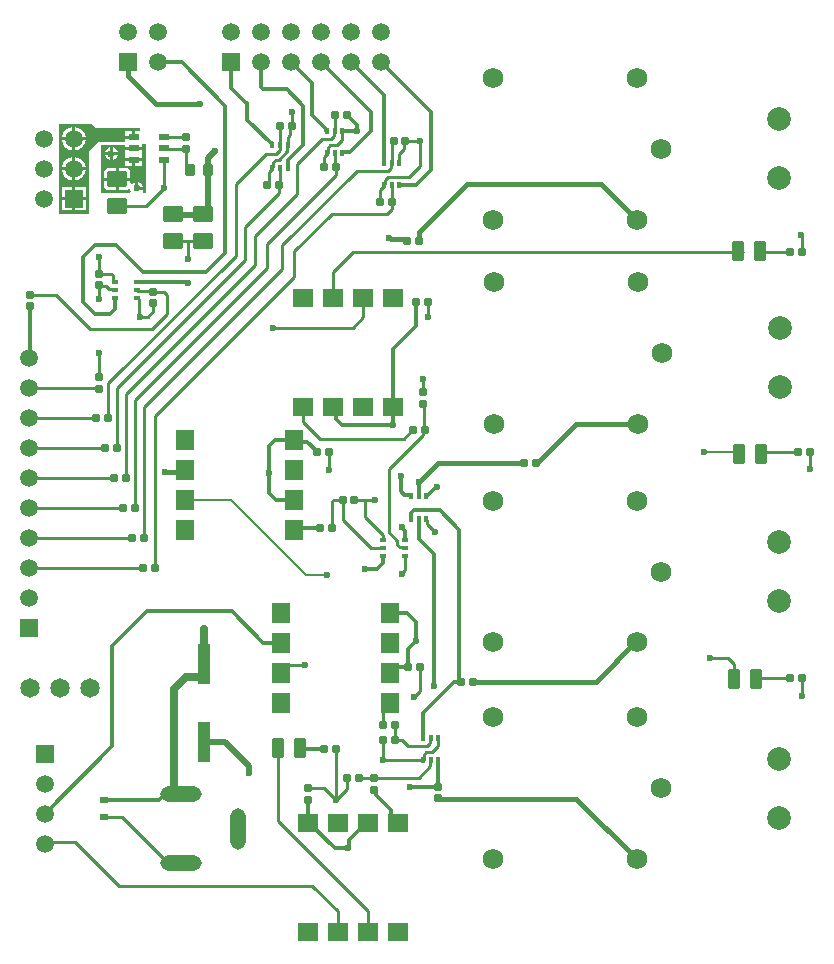
<source format=gbr>
%TF.GenerationSoftware,Altium Limited,Altium Designer,23.9.2 (47)*%
G04 Layer_Physical_Order=1*
G04 Layer_Color=255*
%FSLAX45Y45*%
%MOMM*%
%TF.SameCoordinates,15915765-FD2E-4A0E-A91D-014651F65676*%
%TF.FilePolarity,Positive*%
%TF.FileFunction,Copper,L1,Top,Signal*%
%TF.Part,Single*%
G01*
G75*
%TA.AperFunction,SMDPad,CuDef*%
G04:AMPARAMS|DCode=10|XSize=1mm|YSize=1.7mm|CornerRadius=0.125mm|HoleSize=0mm|Usage=FLASHONLY|Rotation=180.000|XOffset=0mm|YOffset=0mm|HoleType=Round|Shape=RoundedRectangle|*
%AMROUNDEDRECTD10*
21,1,1.00000,1.45000,0,0,180.0*
21,1,0.75000,1.70000,0,0,180.0*
1,1,0.25000,-0.37500,0.72500*
1,1,0.25000,0.37500,0.72500*
1,1,0.25000,0.37500,-0.72500*
1,1,0.25000,-0.37500,-0.72500*
%
%ADD10ROUNDEDRECTD10*%
%ADD11R,0.90170X0.50800*%
%ADD12R,0.42000X0.60000*%
G04:AMPARAMS|DCode=13|XSize=0.6mm|YSize=0.7mm|CornerRadius=0.075mm|HoleSize=0mm|Usage=FLASHONLY|Rotation=0.000|XOffset=0mm|YOffset=0mm|HoleType=Round|Shape=RoundedRectangle|*
%AMROUNDEDRECTD13*
21,1,0.60000,0.55000,0,0,0.0*
21,1,0.45000,0.70000,0,0,0.0*
1,1,0.15000,0.22500,-0.27500*
1,1,0.15000,-0.22500,-0.27500*
1,1,0.15000,-0.22500,0.27500*
1,1,0.15000,0.22500,0.27500*
%
%ADD13ROUNDEDRECTD13*%
%ADD14R,0.70000X0.60000*%
%ADD15R,1.09220X3.40360*%
%ADD16R,1.78000X1.52000*%
G04:AMPARAMS|DCode=17|XSize=0.6mm|YSize=0.7mm|CornerRadius=0.075mm|HoleSize=0mm|Usage=FLASHONLY|Rotation=90.000|XOffset=0mm|YOffset=0mm|HoleType=Round|Shape=RoundedRectangle|*
%AMROUNDEDRECTD17*
21,1,0.60000,0.55000,0,0,90.0*
21,1,0.45000,0.70000,0,0,90.0*
1,1,0.15000,0.27500,0.22500*
1,1,0.15000,0.27500,-0.22500*
1,1,0.15000,-0.27500,-0.22500*
1,1,0.15000,-0.27500,0.22500*
%
%ADD17ROUNDEDRECTD17*%
%ADD18R,1.52000X1.78000*%
%ADD19R,0.60000X0.42000*%
G04:AMPARAMS|DCode=20|XSize=1.4mm|YSize=1.7mm|CornerRadius=0.175mm|HoleSize=0mm|Usage=FLASHONLY|Rotation=90.000|XOffset=0mm|YOffset=0mm|HoleType=Round|Shape=RoundedRectangle|*
%AMROUNDEDRECTD20*
21,1,1.40000,1.35000,0,0,90.0*
21,1,1.05000,1.70000,0,0,90.0*
1,1,0.35000,0.67500,0.52500*
1,1,0.35000,0.67500,-0.52500*
1,1,0.35000,-0.67500,-0.52500*
1,1,0.35000,-0.67500,0.52500*
%
%ADD20ROUNDEDRECTD20*%
G04:AMPARAMS|DCode=21|XSize=0.8mm|YSize=1mm|CornerRadius=0.1mm|HoleSize=0mm|Usage=FLASHONLY|Rotation=0.000|XOffset=0mm|YOffset=0mm|HoleType=Round|Shape=RoundedRectangle|*
%AMROUNDEDRECTD21*
21,1,0.80000,0.80000,0,0,0.0*
21,1,0.60000,1.00000,0,0,0.0*
1,1,0.20000,0.30000,-0.40000*
1,1,0.20000,-0.30000,-0.40000*
1,1,0.20000,-0.30000,0.40000*
1,1,0.20000,0.30000,0.40000*
%
%ADD21ROUNDEDRECTD21*%
%TA.AperFunction,Conductor*%
%ADD22C,0.25400*%
%ADD23C,0.27940*%
%ADD24C,0.38100*%
%ADD25C,0.63500*%
%ADD26C,0.30480*%
%ADD27C,0.33020*%
%ADD28C,0.50800*%
%ADD29C,0.35560*%
%ADD30C,0.20320*%
%TA.AperFunction,ComponentPad*%
%ADD31R,1.50000X1.50000*%
%ADD32C,1.50000*%
%ADD33C,1.65100*%
%ADD34C,2.00000*%
%ADD35C,1.75000*%
%ADD36O,3.50800X1.30800*%
%ADD37O,1.30800X3.50800*%
%ADD38R,1.50000X1.50000*%
%TA.AperFunction,ViaPad*%
%ADD39C,0.60000*%
G36*
X2641600Y9613900D02*
X2622241D01*
X2614844Y9626600D01*
X2620104Y9639300D01*
X2565400D01*
Y9652000D01*
X2552700D01*
Y9706704D01*
X2534019Y9698966D01*
X2524240Y9689188D01*
X2511540Y9694448D01*
Y9715500D01*
X2413000D01*
Y9631960D01*
X2467800D01*
X2484539Y9635289D01*
X2497300Y9643816D01*
X2504743Y9642154D01*
X2510563Y9639622D01*
X2515956Y9626600D01*
X2508559Y9613900D01*
X2260600D01*
Y10019802D01*
X2469515D01*
Y10001000D01*
X2610485D01*
Y10025380D01*
X2641600D01*
Y9613900D01*
D02*
G37*
G36*
X2222500Y10160000D02*
X2590800D01*
Y10134100D01*
X2552700D01*
Y10083300D01*
X2540000D01*
Y10070600D01*
X2469515D01*
Y10045700D01*
X2235200D01*
X2159000Y9969500D01*
Y9436100D01*
X1906270D01*
Y10198100D01*
X2184400D01*
X2222500Y10160000D01*
D02*
G37*
%LPC*%
G36*
X2362200Y9998804D02*
Y9956800D01*
X2404204D01*
X2396466Y9975481D01*
X2380881Y9991066D01*
X2362200Y9998804D01*
D02*
G37*
G36*
X2336800D02*
X2318119Y9991066D01*
X2302534Y9975481D01*
X2294796Y9956800D01*
X2336800D01*
Y9998804D01*
D02*
G37*
G36*
X2610485Y9975600D02*
X2469515D01*
Y9937500D01*
Y9906000D01*
X2610485D01*
Y9937500D01*
Y9975600D01*
D02*
G37*
G36*
X2404204Y9931400D02*
X2362200D01*
Y9889396D01*
X2380881Y9897134D01*
X2396466Y9912719D01*
X2404204Y9931400D01*
D02*
G37*
G36*
X2336800D02*
X2294796D01*
X2302534Y9912719D01*
X2318119Y9897134D01*
X2336800Y9889396D01*
Y9931400D01*
D02*
G37*
G36*
X2610485Y9880600D02*
X2552700D01*
Y9842500D01*
X2610485D01*
Y9880600D01*
D02*
G37*
G36*
X2527300D02*
X2469515D01*
Y9842500D01*
X2527300D01*
Y9880600D01*
D02*
G37*
G36*
X2467800Y9824440D02*
X2413000D01*
Y9740900D01*
X2511540D01*
Y9780700D01*
X2508211Y9797439D01*
X2498729Y9811629D01*
X2484539Y9821111D01*
X2467800Y9824440D01*
D02*
G37*
G36*
X2387600D02*
X2332800D01*
X2316061Y9821111D01*
X2301871Y9811629D01*
X2292389Y9797439D01*
X2289060Y9780700D01*
Y9740900D01*
X2387600D01*
Y9824440D01*
D02*
G37*
G36*
X2578100Y9706704D02*
Y9664700D01*
X2620104D01*
X2612366Y9683381D01*
X2596781Y9698966D01*
X2578100Y9706704D01*
D02*
G37*
G36*
X2387600Y9715500D02*
X2289060D01*
Y9675700D01*
X2292389Y9658961D01*
X2301871Y9644771D01*
X2316061Y9635289D01*
X2332800Y9631960D01*
X2387600D01*
Y9715500D01*
D02*
G37*
G36*
X2527300Y10134100D02*
X2469515D01*
Y10096000D01*
X2527300D01*
Y10134100D01*
D02*
G37*
G36*
X2045218Y10171500D02*
X2044700D01*
Y10083800D01*
X2132400D01*
Y10084318D01*
X2125558Y10109853D01*
X2112340Y10132747D01*
X2093647Y10151440D01*
X2070753Y10164658D01*
X2045218Y10171500D01*
D02*
G37*
G36*
X2019300D02*
X2018782D01*
X1993247Y10164658D01*
X1970353Y10151440D01*
X1951660Y10132747D01*
X1938442Y10109853D01*
X1931600Y10084318D01*
Y10083800D01*
X2019300D01*
Y10171500D01*
D02*
G37*
G36*
X2132400Y10058400D02*
X2044700D01*
Y9970700D01*
X2045218D01*
X2070753Y9977542D01*
X2093647Y9990760D01*
X2112340Y10009453D01*
X2125558Y10032347D01*
X2132400Y10057882D01*
Y10058400D01*
D02*
G37*
G36*
X2019300D02*
X1931600D01*
Y10057882D01*
X1938442Y10032347D01*
X1951660Y10009453D01*
X1970353Y9990760D01*
X1993247Y9977542D01*
X2018782Y9970700D01*
X2019300D01*
Y10058400D01*
D02*
G37*
G36*
X2045218Y9917500D02*
X2044700D01*
Y9829800D01*
X2132400D01*
Y9830318D01*
X2125558Y9855853D01*
X2112340Y9878747D01*
X2093647Y9897440D01*
X2070753Y9910658D01*
X2045218Y9917500D01*
D02*
G37*
G36*
X2019300D02*
X2018782D01*
X1993247Y9910658D01*
X1970353Y9897440D01*
X1951660Y9878747D01*
X1938442Y9855853D01*
X1931600Y9830318D01*
Y9829800D01*
X2019300D01*
Y9917500D01*
D02*
G37*
G36*
X2132400Y9804400D02*
X2044700D01*
Y9716700D01*
X2045218D01*
X2070753Y9723542D01*
X2093647Y9736760D01*
X2112340Y9755453D01*
X2125558Y9778347D01*
X2132400Y9803882D01*
Y9804400D01*
D02*
G37*
G36*
X2019300D02*
X1931600D01*
Y9803882D01*
X1938442Y9778347D01*
X1951660Y9755453D01*
X1970353Y9736760D01*
X1993247Y9723542D01*
X2018782Y9716700D01*
X2019300D01*
Y9804400D01*
D02*
G37*
G36*
X2132400Y9663500D02*
X2044700D01*
Y9575800D01*
X2132400D01*
Y9663500D01*
D02*
G37*
G36*
X2019300D02*
X1931600D01*
Y9575800D01*
X2019300D01*
Y9663500D01*
D02*
G37*
G36*
X2132400Y9550400D02*
X2044700D01*
Y9462700D01*
X2132400D01*
Y9550400D01*
D02*
G37*
G36*
X2019300D02*
X1931600D01*
Y9462700D01*
X2019300D01*
Y9550400D01*
D02*
G37*
%LPD*%
D10*
X7652000Y9118600D02*
D03*
X7842000D02*
D03*
X7664700Y7404100D02*
D03*
X7854700D02*
D03*
X7620000Y5499100D02*
D03*
X7810000D02*
D03*
X3759200Y4914900D02*
D03*
X3949200D02*
D03*
D11*
X2540000Y10083300D02*
D03*
Y9988300D02*
D03*
Y9893300D02*
D03*
X2800350D02*
D03*
Y9988300D02*
D03*
Y10083300D02*
D03*
D12*
X4989600Y4997200D02*
D03*
X5054600D02*
D03*
X5119600D02*
D03*
X4989600Y4807200D02*
D03*
X5054600D02*
D03*
X5119600D02*
D03*
X4659400Y9867400D02*
D03*
X4724400D02*
D03*
X4789400D02*
D03*
X4659400Y9677400D02*
D03*
X4724400D02*
D03*
X4789400D02*
D03*
X3713225Y10015600D02*
D03*
X3778225D02*
D03*
X3843225D02*
D03*
X3713225Y9825600D02*
D03*
X3778225D02*
D03*
X3843225D02*
D03*
X4175965Y10138072D02*
D03*
X4240966D02*
D03*
X4305965D02*
D03*
X4175965Y9948072D02*
D03*
X4240966D02*
D03*
X4305965D02*
D03*
X4888000Y7041900D02*
D03*
X4953000D02*
D03*
X5018000D02*
D03*
X4888000Y6851900D02*
D03*
X4953000D02*
D03*
X5018000D02*
D03*
D13*
X4649000Y4978400D02*
D03*
X4749000D02*
D03*
X4344200Y4660900D02*
D03*
X4444200D02*
D03*
X4928400Y8686800D02*
D03*
X5028400D02*
D03*
X4852200Y9207500D02*
D03*
X4952200D02*
D03*
X2299500Y7454900D02*
D03*
X2399500D02*
D03*
X2223300Y7708900D02*
D03*
X2323300D02*
D03*
X2717000Y6438900D02*
D03*
X2617000D02*
D03*
X2628100Y6692900D02*
D03*
X2528100D02*
D03*
X2451900Y6946900D02*
D03*
X2551900D02*
D03*
X2375700Y7200900D02*
D03*
X2475700D02*
D03*
X4740440Y10053320D02*
D03*
X4840440D02*
D03*
X4254500Y9829800D02*
D03*
X4154500D02*
D03*
X4242600Y10274300D02*
D03*
X4342600D02*
D03*
X3771100Y9677400D02*
D03*
X3671100D02*
D03*
X3780865Y10175620D02*
D03*
X3880865D02*
D03*
X4723600Y9537700D02*
D03*
X4623600D02*
D03*
X5003000Y7607300D02*
D03*
X4903000D02*
D03*
X4191000Y7416800D02*
D03*
X4091000D02*
D03*
X4217200Y6776800D02*
D03*
X4117200D02*
D03*
X4307700Y7010400D02*
D03*
X4407700D02*
D03*
X5942800Y7327900D02*
D03*
X5842800D02*
D03*
X5409400Y5473700D02*
D03*
X5309400D02*
D03*
X4964500Y5600300D02*
D03*
X4864500D02*
D03*
X4748200Y5105400D02*
D03*
X4648200D02*
D03*
X8100000Y9111200D02*
D03*
X8200000D02*
D03*
X8162700Y7416000D02*
D03*
X8262700D02*
D03*
X8100000Y5504900D02*
D03*
X8200000D02*
D03*
X4153700Y4902200D02*
D03*
X4253700D02*
D03*
D14*
X2286000Y4330700D02*
D03*
Y4470700D02*
D03*
D15*
X3136900Y5626100D02*
D03*
Y4965700D02*
D03*
D16*
X4267200Y4279800D02*
D03*
X4775200D02*
D03*
X4521200D02*
D03*
X4013200D02*
D03*
X4775200Y3352800D02*
D03*
X4521200D02*
D03*
X4267200D02*
D03*
X4013200D02*
D03*
X4737100Y8724900D02*
D03*
X4483100D02*
D03*
X4229100D02*
D03*
X3975100D02*
D03*
X4737100Y7797900D02*
D03*
X4229100D02*
D03*
X3975100D02*
D03*
X4483100D02*
D03*
D17*
X4013200Y4471200D02*
D03*
Y4571200D02*
D03*
X2247900Y7950200D02*
D03*
Y8050200D02*
D03*
X1663700Y8649500D02*
D03*
Y8749500D02*
D03*
X2247900Y8927300D02*
D03*
Y8827300D02*
D03*
X2705100Y8774900D02*
D03*
Y8674900D02*
D03*
X2981960Y10083800D02*
D03*
Y9983800D02*
D03*
X4991100Y7824000D02*
D03*
Y7924000D02*
D03*
X4572000Y4659300D02*
D03*
Y4559300D02*
D03*
X5118100Y4483900D02*
D03*
Y4583900D02*
D03*
D18*
X3784700Y6057900D02*
D03*
Y5803900D02*
D03*
Y5549900D02*
D03*
Y5295900D02*
D03*
X4711700Y6057900D02*
D03*
Y5549900D02*
D03*
Y5295900D02*
D03*
Y5803900D02*
D03*
X2971800Y7518400D02*
D03*
Y7264400D02*
D03*
Y7010400D02*
D03*
Y6756400D02*
D03*
X3898800Y7518400D02*
D03*
Y7010400D02*
D03*
Y6756400D02*
D03*
Y7264400D02*
D03*
D19*
X2381500Y8723400D02*
D03*
Y8788400D02*
D03*
Y8853400D02*
D03*
X2571500Y8723400D02*
D03*
Y8788400D02*
D03*
Y8853400D02*
D03*
X4648700Y6540500D02*
D03*
Y6605500D02*
D03*
Y6670500D02*
D03*
X4838700Y6540500D02*
D03*
Y6605500D02*
D03*
Y6670500D02*
D03*
D20*
X3124200Y9207500D02*
D03*
Y9436100D02*
D03*
X2870200Y9207500D02*
D03*
Y9436100D02*
D03*
X2400300Y9499600D02*
D03*
Y9728200D02*
D03*
D21*
X3016180Y9806940D02*
D03*
X3166180D02*
D03*
D22*
X7620000Y5495496D02*
Y5626100D01*
X7569200Y5676900D02*
X7620000Y5626100D01*
X7416800Y5676900D02*
X7569200D01*
X1651000Y7962900D02*
X2247900D01*
Y8050200D02*
Y8255000D01*
X3779545Y9977145D02*
Y10016920D01*
X2324100Y7708900D02*
Y8001000D01*
X2400300Y7962900D02*
X3479800Y9042400D01*
X2400300Y7444707D02*
Y7962900D01*
X2476500Y7912100D02*
X3568700Y9004300D01*
X2476500Y7190410D02*
Y7912100D01*
X2552700Y7861300D02*
X3670300Y8978900D01*
X2552700Y6946900D02*
Y7861300D01*
X1651000Y7200900D02*
X2391439D01*
X2451900Y6946900D02*
X2463800D01*
X1651000D02*
X2451900D01*
X4250248Y9762048D02*
Y9834052D01*
X2628100Y6692900D02*
Y7797000D01*
X3797300Y8966200D01*
X4724400Y9537700D02*
Y9677400D01*
X2717800Y6438900D02*
Y7721600D01*
X3898900Y8902700D01*
X1651000Y6438900D02*
X2616200D01*
X2324100Y8001000D02*
X3403600Y9080500D01*
X3898900Y8902700D02*
Y9118600D01*
X3797300Y8966200D02*
Y9169400D01*
X4793084Y6611800D02*
X4832400D01*
X4771000Y6633884D02*
Y6667342D01*
Y6633884D02*
X4793084Y6611800D01*
X4699000Y6739342D02*
X4771000Y6667342D01*
X4699000Y6739342D02*
Y7277100D01*
X4985700Y7563800D01*
Y7601900D02*
X4997050Y7613250D01*
X4985700Y7563800D02*
Y7601900D01*
X4495800Y6870700D02*
X4648700Y6717800D01*
X4495800Y6870700D02*
Y7010400D01*
X4407700D02*
X4495800D01*
X4584700D01*
X4307700Y6842900D02*
X4545100Y6605500D01*
X4307700Y6842900D02*
Y7010400D01*
X4231279D02*
X4307700D01*
X4648700Y6670500D02*
Y6717800D01*
X4216400Y6758183D02*
Y6995521D01*
X4231279Y7010400D01*
X5029200Y8573563D02*
Y8700563D01*
X4648200Y4813300D02*
Y4978400D01*
X4254500Y4470400D02*
Y4902200D01*
X3683000Y9677400D02*
Y9786375D01*
X4007838Y4572000D02*
X4152900D01*
X3784600Y5613400D02*
X3987800D01*
X4648200Y5219400D02*
X4711700Y5282900D01*
X4648200Y5105400D02*
Y5219400D01*
X4711700Y5282900D02*
Y5295900D01*
X4748200Y5105400D02*
X4748600Y5105000D01*
Y4978800D02*
X4749000Y4978400D01*
X4748600Y4978800D02*
Y5105000D01*
X4749000Y4978400D02*
X4813300D01*
X4862200Y4929500D01*
X5026215D01*
X4685500Y9436100D02*
X4723600Y9474200D01*
X4216400Y9436100D02*
X4685500D01*
X3898900Y9118600D02*
X4216400Y9436100D01*
X3670300Y8978900D02*
Y9182100D01*
X3568700Y9004300D02*
Y9245600D01*
X3479800Y9042400D02*
Y9321800D01*
X3403600Y9080500D02*
Y9685275D01*
X2577800Y8782100D02*
X2705100D01*
X1663700Y8749500D02*
X1882012D01*
X2173313Y8458200D02*
X2692400D01*
X1882012Y8749500D02*
X2173313Y8458200D01*
X4152900Y4572000D02*
X4254500Y4470400D01*
X4344200Y4560100D01*
Y4660900D01*
X4457700D02*
X4571200D01*
X4545100Y6605500D02*
X4648700D01*
X3975100Y7670800D02*
X4114800Y7531100D01*
X4826800D02*
X4880700Y7585000D01*
X4114800Y7531100D02*
X4826800D01*
X3975100Y7670800D02*
Y7797900D01*
X4885700Y7585000D02*
X4903000Y7602300D01*
X4880700Y7585000D02*
X4885700D01*
X4903000Y7602300D02*
Y7607300D01*
X4997050Y7613250D02*
Y7817250D01*
X4991100Y7823200D02*
X4997050Y7817250D01*
X3721100Y8470900D02*
X4394200D01*
X4483100Y8559800D01*
Y8724900D01*
X4229100D02*
Y8940800D01*
X4399500Y9111200D02*
X7700000D01*
X4229100Y8940800D02*
X4399500Y9111200D01*
X5049909Y4802509D02*
X5054600Y4807200D01*
X4572000Y4659300D02*
X4951400D01*
X5049909Y4757809D02*
Y4802509D01*
X4951400Y4659300D02*
X5049909Y4757809D01*
X8195750Y9127050D02*
X8204200Y9118600D01*
X8195750Y9127050D02*
Y9254050D01*
X8191500Y9258300D02*
X8195750Y9254050D01*
X4991100Y7924000D02*
Y8039100D01*
X5026215Y4929500D02*
X5048300Y4951584D01*
Y4990900D02*
X5054600Y4997200D01*
X5048300Y4951584D02*
Y4990900D01*
X4832400Y6611800D02*
X4838700Y6605500D01*
X4991100Y7823200D02*
Y7824000D01*
X4427600Y9799700D02*
X4696016D01*
X3797300Y9169400D02*
X4427600Y9799700D01*
X3670300Y9182100D02*
X4250248Y9762048D01*
X3568700Y9245600D02*
X3924300Y9601200D01*
Y9855200D01*
X3771100Y9613100D02*
Y9677400D01*
X3479800Y9321800D02*
X3771100Y9613100D01*
X3403600Y9685275D02*
X3662425Y9944100D01*
X3778225Y9677400D02*
Y9825600D01*
X1651000Y7454900D02*
X2298700D01*
X2692400Y8458200D02*
X2819400Y8585200D01*
X2584180Y8566420D02*
X2590800Y8559800D01*
X2595400Y8564400D01*
X2658900D01*
X2584180Y8566420D02*
Y8715100D01*
X2658900Y8564400D02*
X2705100Y8610600D01*
X2997200Y9055100D02*
Y9207500D01*
X4723600Y9474200D02*
Y9537700D01*
X4623600D02*
Y9632600D01*
X3924300Y9855200D02*
X4138212Y10069112D01*
X4211321D01*
X4234665Y10092457D01*
X3879595Y10176890D02*
Y10293730D01*
X3878325Y10295000D02*
X3879595Y10293730D01*
X4234665Y10131772D02*
X4240966Y10138072D01*
X3879595Y10176890D02*
X3880865Y10175620D01*
X4234665Y10092457D02*
Y10131772D01*
X4240966Y10138072D02*
X4241783Y10138889D01*
Y10273483D01*
X4242600Y10274300D01*
X3683000Y9786375D02*
X3713225Y9816600D01*
Y9825600D01*
X3662425Y9944100D02*
X3746500D01*
X2819400Y8585200D02*
Y8750300D01*
X2794800Y8774900D02*
X2819400Y8750300D01*
X2705100Y8774900D02*
X2794800D01*
X2870200Y9207500D02*
X2997200D01*
X3124200D01*
X2571500Y8788400D02*
X2577800Y8782100D01*
X2705100Y8610600D02*
Y8674900D01*
X2575880Y8723400D02*
X2584180Y8715100D01*
X2571500Y8723400D02*
X2575880D01*
X2247900Y8927300D02*
Y9067800D01*
X2365100Y8861700D02*
Y8912421D01*
X2247900Y8927300D02*
X2350221D01*
X2365100Y8912421D01*
Y8861700D02*
X2373400Y8853400D01*
X2381500D01*
X2254744Y8820456D02*
X2304744D01*
X2247900Y8827300D02*
X2254744Y8820456D01*
X2304744D02*
X2330500Y8794700D01*
X2375200D02*
X2381500Y8788400D01*
X2330500Y8794700D02*
X2375200D01*
X2247900Y8712200D02*
Y8827300D01*
X3863565Y10158320D02*
X3880865Y10175620D01*
X4724400Y9867400D02*
X4730700Y9873700D01*
X4718100Y9861100D02*
X4724400Y9867400D01*
X1651000Y6692900D02*
X2527300D01*
X1651000Y7708900D02*
X2222500D01*
X3836925Y9962683D02*
Y10009300D01*
X3767542Y9893300D02*
X3836925Y9962683D01*
X3713225Y9825600D02*
X3719525Y9831900D01*
X3741609Y9893300D02*
X3767542D01*
X3719525Y9831900D02*
Y9871216D01*
X3746500Y9944100D02*
X3779545Y9977145D01*
X3836925Y10009300D02*
X3843225Y10015600D01*
X3719525Y9871216D02*
X3741609Y9893300D01*
X3778225Y10015600D02*
X3779545Y10016920D01*
X4960620Y9837420D02*
Y10053320D01*
X4872100Y9748900D02*
X4960620Y9837420D01*
X4691584Y9748900D02*
X4872100D01*
X4665700Y9723016D02*
X4691584Y9748900D01*
X4665700Y9683700D02*
Y9723016D01*
X4659400Y9677400D02*
X4665700Y9683700D01*
X4718100Y9821784D02*
Y9861100D01*
X4696016Y9799700D02*
X4718100Y9821784D01*
X4659400Y9668400D02*
Y9677400D01*
X4623600Y9632600D02*
X4659400Y9668400D01*
X4840440Y10053320D02*
X4960620D01*
X4789400Y9940990D02*
X4828630Y9980220D01*
Y10041510D02*
X4840440Y10053320D01*
X4789400Y9867400D02*
Y9940990D01*
X4828630Y9980220D02*
Y10041510D01*
X4730700Y9873700D02*
Y10043580D01*
X4740440Y10053320D01*
X3843225Y10083700D02*
X3863565Y10104040D01*
X3843225Y10015600D02*
Y10083700D01*
X3863565Y10104040D02*
Y10158320D01*
X3779545Y10174300D02*
X3780865Y10175620D01*
X3779545Y10016920D02*
Y10174300D01*
X2981960Y9851160D02*
X3016180Y9816940D01*
X2981960Y9851160D02*
Y9983800D01*
X3016180Y9806940D02*
Y9816940D01*
X2802600Y9986050D02*
X2979710D01*
X2800350Y9988300D02*
X2802600Y9986050D01*
X2979710D02*
X2981960Y9983800D01*
X2800350Y10083300D02*
X2800600Y10083550D01*
X2981710D01*
X2981960Y10083800D01*
X2646680Y9499600D02*
X2800350Y9653270D01*
Y9893300D01*
X2400300Y9499600D02*
X2646680D01*
X7800000Y9111200D02*
X8100000D01*
X8262700Y7269400D02*
Y7416000D01*
X7812700D02*
X8162700D01*
X4191400Y7264800D02*
Y7416400D01*
X8200000Y5355200D02*
Y5504900D01*
X7800000D02*
X8100000D01*
X5026300Y6810100D02*
X5092700Y6743700D01*
X5026300Y6810100D02*
Y6843600D01*
X4571200Y4660100D02*
X4572000Y4659300D01*
D23*
X3759200Y4292600D02*
X4521200Y3530600D01*
X3759200Y4292600D02*
Y4875085D01*
X4648200Y4807200D02*
X4989600D01*
X4914900Y5346700D02*
X4965700Y5397500D01*
Y5590994D01*
X2437600Y4330700D02*
X2829200Y3939100D01*
X2286000Y4330700D02*
X2437600D01*
X2829200Y3939100D02*
X2939200D01*
X4267200Y3352800D02*
Y3530600D01*
X4051300Y3746500D02*
X4267200Y3530600D01*
X2413000Y3746500D02*
X4051300D01*
X4521200Y3352800D02*
Y3530600D01*
X2044700Y4114800D02*
X2413000Y3746500D01*
X1803400Y4114800D02*
X2044700D01*
X1790700Y4102100D02*
X1803400Y4114800D01*
X5066670Y4876170D02*
X5118100Y4927600D01*
X4994630Y4853342D02*
X5017458Y4876170D01*
X5066670D01*
X5118100Y4927600D02*
Y4995700D01*
X5119600Y4997200D01*
X4994630Y4812230D02*
Y4853342D01*
X4989600Y4807200D02*
X4994630Y4812230D01*
X4813300Y6388100D02*
Y6396775D01*
X4838700Y6422175D02*
Y6540500D01*
X4813300Y6396775D02*
X4838700Y6422175D01*
X4305965Y10137820D02*
Y10138072D01*
Y10062352D02*
Y10137820D01*
X4250248Y9834052D02*
X4254500Y9829800D01*
X4245996Y9838304D02*
X4250248Y9834052D01*
X4245996Y9838304D02*
Y9943042D01*
X4240966Y9948072D02*
X4245996Y9943042D01*
X4154500Y9917607D02*
X4175965Y9939072D01*
Y9948072D01*
X4154500Y9829800D02*
Y9917607D01*
X4180996Y9994214D02*
X4203824Y10017042D01*
X4180996Y9953103D02*
Y9994214D01*
X4179726Y9951833D02*
X4180996Y9953103D01*
X4203824Y10017042D02*
X4260655D01*
X4305965Y10062352D01*
D24*
X2806700Y7251700D02*
X2971500D01*
X2971800Y7251400D01*
Y7277100D01*
X5138220Y4483100D02*
X6286900D01*
X6800000Y3970000D01*
X6451600Y5473700D02*
X6804026Y5826126D01*
X5409400Y5473700D02*
X6451600D01*
X4953000Y7162800D02*
X5118101Y7327900D01*
X5835418D01*
X6280900Y7652500D02*
X6812700D01*
X5943600Y7315200D02*
X6280900Y7652500D01*
X4951400Y9207500D02*
Y9282100D01*
X4699000Y9230200D02*
X4704926D01*
X4715976Y9219150D01*
X4841250D01*
Y9213450D02*
Y9219150D01*
X4951400Y9282100D02*
X5359400Y9690100D01*
X6495700D02*
X6800000Y9385800D01*
X5359400Y9690100D02*
X6495700D01*
X2489200Y10604500D02*
X2730500Y10363200D01*
X2489200Y10604500D02*
Y10718800D01*
X2730500Y10363200D02*
X3098800D01*
D25*
X2984500Y5511800D02*
X3136900D01*
Y5626100D02*
Y5918200D01*
X2882900Y4565442D02*
Y5410200D01*
X2984500Y5511800D01*
X2882900Y4565442D02*
X2929242Y4519100D01*
X2939200D01*
D26*
X4800600Y7086600D02*
Y7213600D01*
X4882240Y7056660D02*
X4888000Y7050900D01*
X4800600Y7086600D02*
X4830540Y7056660D01*
X4888000Y7041900D02*
Y7050900D01*
X4830540Y7056660D02*
X4882240D01*
X3919200Y6776800D02*
X4117200D01*
X3632200Y5803900D02*
X3784700D01*
X2650761Y6067061D02*
X3369039D01*
X3632200Y5803900D01*
X2358661Y5774961D02*
X2650761Y6067061D01*
X2358661Y4924061D02*
Y5774961D01*
X1790700Y4356100D02*
X2358661Y4924061D01*
X4711700Y6057900D02*
X4851400D01*
X4927600Y5981700D01*
Y5816600D02*
Y5981700D01*
X4864500Y5753500D02*
X4927600Y5816600D01*
X4864500Y5600300D02*
Y5753500D01*
X4711700Y5549900D02*
X4762100Y5600300D01*
X4864500D01*
X2286000Y4470700D02*
X2753654D01*
X2802054Y4519100D01*
X4361748Y4133348D02*
X4508200Y4279800D01*
X4361748Y4069648D02*
Y4133348D01*
X4508200Y4279800D02*
X4521200D01*
X4356100Y4064000D02*
X4361748Y4069648D01*
X4013200Y4279800D02*
X4026200D01*
X4242000Y4064000D01*
X4356100D01*
X3970100Y4902200D02*
X4153700D01*
X4013200Y4279800D02*
Y4471200D01*
X4591452Y4514448D02*
X4722235Y4383665D01*
Y4332765D02*
X4775200Y4279800D01*
X4722235Y4332765D02*
Y4383665D01*
X4572000Y4559300D02*
X4576692D01*
X4591452Y4544540D01*
Y4514448D02*
Y4544540D01*
X3898800Y6756400D02*
X3919200Y6776800D01*
X3683000Y7073900D02*
Y7239000D01*
Y7073900D02*
X3746500Y7010400D01*
X3898800D01*
X3683000Y7239000D02*
Y7467600D01*
X3733800Y7518400D02*
X3898800D01*
X3683000Y7467600D02*
X3733800Y7518400D01*
X3898800D02*
X3911800Y7505400D01*
X4007400D01*
X4091000Y7421800D01*
Y7416800D02*
Y7421800D01*
X4928400Y8484400D02*
Y8686800D01*
X4737100Y8293100D02*
X4928400Y8484400D01*
X4737100Y7797900D02*
Y8293100D01*
X4305300Y7645400D02*
X4737100D01*
X4229100Y7797900D02*
X4256665Y7770335D01*
Y7694035D02*
Y7770335D01*
Y7694035D02*
X4305300Y7645400D01*
X4737100D02*
Y7797900D01*
X4635500Y10718800D02*
X5054600Y10299700D01*
X4381500Y10718800D02*
X4659400Y10440900D01*
X3975100Y10020458D02*
Y10350500D01*
X3835400Y10490200D02*
X3975100Y10350500D01*
X4175965Y9948072D02*
X4179726Y9951833D01*
X3843225Y9888583D02*
X3975100Y10020458D01*
X3843225Y9825600D02*
Y9888583D01*
X3637355Y10490200D02*
X3835400D01*
X3619500Y10508055D02*
Y10718800D01*
Y10508055D02*
X3637355Y10490200D01*
X4170206Y10135880D02*
X4179726Y10126359D01*
X4051300Y10274300D02*
Y10541000D01*
X4170206Y10135880D02*
Y10155395D01*
X4051300Y10274300D02*
X4170206Y10155395D01*
X3873500Y10718800D02*
X4051300Y10541000D01*
X3365500Y10502900D02*
Y10718800D01*
X3497325Y10232281D02*
Y10375900D01*
X3365500Y10502900D02*
X3492500Y10375900D01*
X3497325Y10232281D02*
X3699246Y10030360D01*
X3707465D01*
X5054600Y9801860D02*
Y10299700D01*
X4930140Y9677400D02*
X5054600Y9801860D01*
X4659400Y9867400D02*
Y10440900D01*
X4789400Y9677400D02*
X4930140D01*
D27*
X4813300Y6774499D02*
X4838700Y6749099D01*
Y6670500D02*
Y6749099D01*
X4813300Y6774499D02*
Y6781800D01*
X1663700Y8204200D02*
Y8649500D01*
X5119600Y4583900D02*
Y4807200D01*
X5249383Y5469105D02*
X5304805D01*
X4992090Y5211811D02*
X5249383Y5469105D01*
X5296700Y5473700D02*
Y6755600D01*
X5304805Y5469105D02*
X5309400Y5473700D01*
X4992090Y4999690D02*
Y5211811D01*
X4989600Y4997200D02*
X4992090Y4999690D01*
X4953000Y7162800D02*
X4953000Y7162800D01*
Y7041900D02*
Y7162800D01*
X4648200Y6540000D02*
X4648700Y6540500D01*
X4648200Y6477000D02*
Y6540000D01*
X4597400Y6426200D02*
X4648200Y6477000D01*
X4495800Y6426200D02*
X4597400D01*
X5128890Y6923410D02*
X5296700Y6755600D01*
X4890490Y6899094D02*
X4914807Y6923410D01*
X5128890D01*
X5105318Y7119538D02*
X5110480Y7124700D01*
X5031490Y7055390D02*
X5095638Y7119538D01*
X5105318D01*
X4890490Y6854390D02*
Y6899094D01*
D28*
X3314700Y4965700D02*
X3517900Y4762500D01*
Y4703250D02*
Y4762500D01*
X3136900Y4965700D02*
X3314700D01*
X3166180Y9806940D02*
Y9909880D01*
Y9427280D02*
Y9806940D01*
X2870200Y9436100D02*
X2879020Y9427280D01*
X3166180D01*
Y9909880D02*
X3225800Y9969500D01*
D29*
X5080000Y5435600D02*
Y6553200D01*
X4953000Y6680200D02*
Y6851900D01*
Y6680200D02*
X5080000Y6553200D01*
X5117700Y4584300D02*
X5118100Y4583900D01*
X4877200Y4584300D02*
X5117700D01*
X4876800Y4584700D02*
X4877200Y4584300D01*
X3314700Y9105900D02*
Y10350500D01*
X3149600Y8940800D02*
X3314700Y9105900D01*
X2946400Y10718800D02*
X3314700Y10350500D01*
X2616200Y8940800D02*
X3149600D01*
X2571500Y8853400D02*
X2572250Y8852650D01*
X2996450D02*
X2997200Y8851900D01*
X2572250Y8852650D02*
X2996450D01*
X2381500Y8629900D02*
Y8723400D01*
X2336800Y8585200D02*
X2381500Y8629900D01*
X2209800Y8585200D02*
X2336800D01*
X2108200Y8686800D02*
X2209800Y8585200D01*
X2108200Y8686800D02*
Y9067800D01*
X2387600Y9169400D02*
X2616200Y8940800D01*
X2108200Y9067800D02*
X2209800Y9169400D01*
X2387600D01*
X4309185Y9960292D02*
X4372292D01*
X4546600Y10134600D01*
X4305965Y9957072D02*
X4309185Y9960292D01*
Y10134600D02*
X4432274D01*
X4359820Y10257080D02*
X4431487Y10185413D01*
X4354820Y10257080D02*
X4359820D01*
X4305965Y10137820D02*
X4309185Y10134600D01*
X4342600Y10269300D02*
Y10274300D01*
X4431487Y10135387D02*
Y10185413D01*
X4432274Y10134600D02*
X4432300D01*
X4431487Y10135387D02*
X4432274Y10134600D01*
X4342600Y10269300D02*
X4354820Y10257080D01*
X4127500Y10718800D02*
X4546600Y10299700D01*
Y10134600D02*
Y10299700D01*
X4305965Y9948072D02*
Y9957072D01*
X2743200Y10718800D02*
X2946400D01*
D30*
X3365500Y7010400D02*
X4000500Y6375400D01*
X2978034Y7010400D02*
X3365500D01*
X4000500Y6375400D02*
X4178300D01*
X7366000Y7416800D02*
X7709700D01*
D31*
X1651000Y5930900D02*
D03*
X1790700Y4864100D02*
D03*
X2032000Y9563100D02*
D03*
D32*
X1651000Y6184900D02*
D03*
Y6692900D02*
D03*
Y6946900D02*
D03*
Y7200900D02*
D03*
Y7454900D02*
D03*
Y7708900D02*
D03*
Y7962900D02*
D03*
Y8216900D02*
D03*
Y6438900D02*
D03*
X1790700Y4610100D02*
D03*
Y4356100D02*
D03*
Y4102100D02*
D03*
X1778000Y9563100D02*
D03*
X2032000Y9817100D02*
D03*
X1778000D02*
D03*
X2032000Y10071100D02*
D03*
X1778000D02*
D03*
X2743200Y10972800D02*
D03*
Y10718800D02*
D03*
X2489200Y10972800D02*
D03*
X4635500D02*
D03*
Y10718800D02*
D03*
X4381500Y10972800D02*
D03*
Y10718800D02*
D03*
X4127500Y10972800D02*
D03*
Y10718800D02*
D03*
X3873500Y10972800D02*
D03*
Y10718800D02*
D03*
X3619500Y10972800D02*
D03*
Y10718800D02*
D03*
X3365500Y10972800D02*
D03*
D33*
X2166620Y5420360D02*
D03*
X1912620D02*
D03*
X1658620D02*
D03*
D34*
X8000000Y4320000D02*
D03*
Y4820000D02*
D03*
Y6154900D02*
D03*
Y6654900D02*
D03*
X8013700Y7966900D02*
D03*
Y8466900D02*
D03*
X8000000Y10235800D02*
D03*
Y9735800D02*
D03*
D35*
X6800000Y7004900D02*
D03*
X5580000Y5804900D02*
D03*
X6800000D02*
D03*
X7000000Y6404900D02*
D03*
X5580000Y7004900D02*
D03*
Y5170000D02*
D03*
X7000000Y4570000D02*
D03*
X6800000Y3970000D02*
D03*
X5580000D02*
D03*
X6800000Y5170000D02*
D03*
X5580000Y10585800D02*
D03*
X7000000Y9985800D02*
D03*
X6800000Y9385800D02*
D03*
X5580000D02*
D03*
X6800000Y10585800D02*
D03*
X5592700Y8852500D02*
D03*
X7012700Y8252500D02*
D03*
X6812700Y7652500D02*
D03*
X5592700D02*
D03*
X6812700Y8852500D02*
D03*
D36*
X2939200Y4519100D02*
D03*
Y3939100D02*
D03*
D37*
X3419200Y4229100D02*
D03*
D38*
X2489200Y10718800D02*
D03*
X3365500D02*
D03*
D39*
X2247900Y8255000D02*
D03*
X2806700Y7251700D02*
D03*
X4813300Y6781800D02*
D03*
X4800600Y7213600D02*
D03*
X4584700Y7010400D02*
D03*
X3517900Y4699000D02*
D03*
X3136900Y5918200D02*
D03*
X4648200Y4813300D02*
D03*
X4914900Y5346700D02*
D03*
X5080000Y5435600D02*
D03*
X4254500Y4470400D02*
D03*
X3721100Y8470900D02*
D03*
X5029200Y8559800D02*
D03*
X4356100Y4064000D02*
D03*
X7366000Y7416800D02*
D03*
X4178300Y6375400D02*
D03*
X4876800Y4584700D02*
D03*
X8191500Y9258300D02*
D03*
X4699000Y9230200D02*
D03*
X4991100Y8039100D02*
D03*
X7416800Y5676900D02*
D03*
X4813300Y6388100D02*
D03*
X4495800Y6426200D02*
D03*
X2997200Y8851900D02*
D03*
X2590800Y8559800D02*
D03*
X2997200Y9055100D02*
D03*
X3878325Y10295000D02*
D03*
X4432300Y10134600D02*
D03*
X2247900Y9067800D02*
D03*
Y8712200D02*
D03*
X3098800Y10363200D02*
D03*
X4960620Y10053320D02*
D03*
X3987800Y5613400D02*
D03*
X3225800Y9969500D02*
D03*
X2800350Y9653270D02*
D03*
X2565400Y9652000D02*
D03*
X2349500Y9944100D02*
D03*
X8262700Y7269400D02*
D03*
X5110480Y7124700D02*
D03*
X4953000Y7162800D02*
D03*
X4737100Y7645400D02*
D03*
X4191800Y7264400D02*
D03*
X3683000Y7239000D02*
D03*
X8200000Y5355200D02*
D03*
X5092700Y6743700D02*
D03*
X4927600Y5816600D02*
D03*
%TF.MD5,6edc452a757026b753c6613ab3fe1007*%
M02*

</source>
